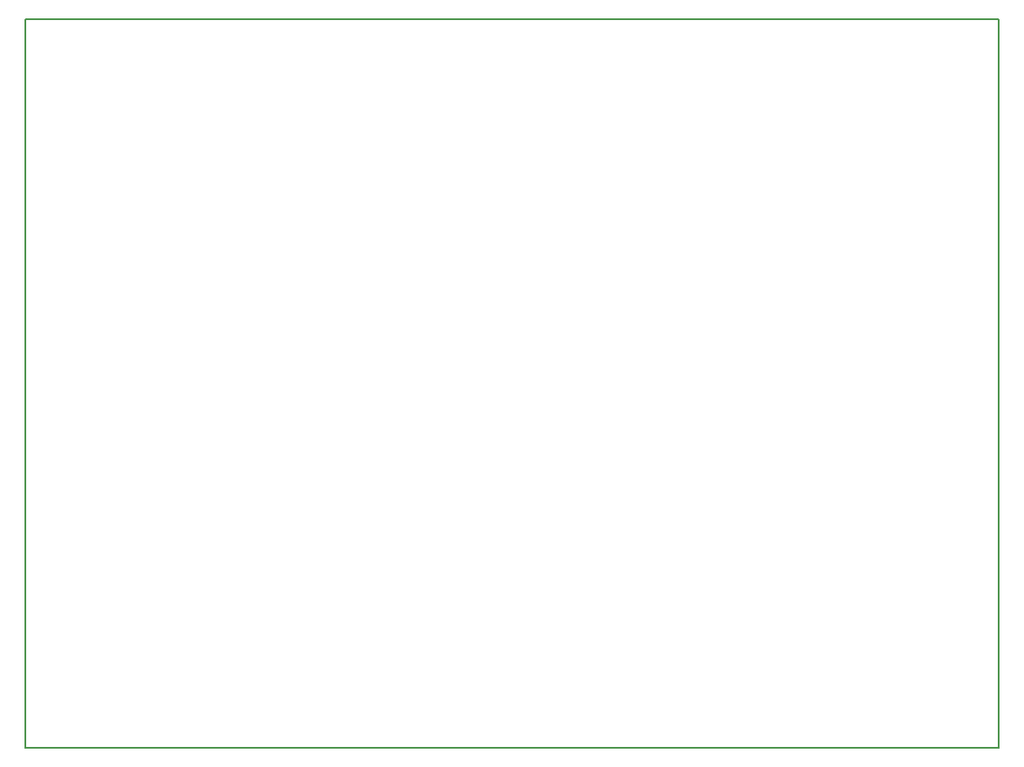
<source format=gm1>
%TF.GenerationSoftware,KiCad,Pcbnew,(6.0.5)*%
%TF.CreationDate,2022-06-14T16:57:57+01:00*%
%TF.ProjectId,hv_sense,68765f73-656e-4736-952e-6b696361645f,rev?*%
%TF.SameCoordinates,Original*%
%TF.FileFunction,Profile,NP*%
%FSLAX46Y46*%
G04 Gerber Fmt 4.6, Leading zero omitted, Abs format (unit mm)*
G04 Created by KiCad (PCBNEW (6.0.5)) date 2022-06-14 16:57:57*
%MOMM*%
%LPD*%
G01*
G04 APERTURE LIST*
%TA.AperFunction,Profile*%
%ADD10C,0.200000*%
%TD*%
G04 APERTURE END LIST*
D10*
X201450000Y-23300000D02*
X107040000Y-23300000D01*
X107040000Y-23300000D02*
X107040000Y-93980000D01*
X107040000Y-93980000D02*
X201450000Y-93980000D01*
X201450000Y-93980000D02*
X201450000Y-23300000D01*
M02*

</source>
